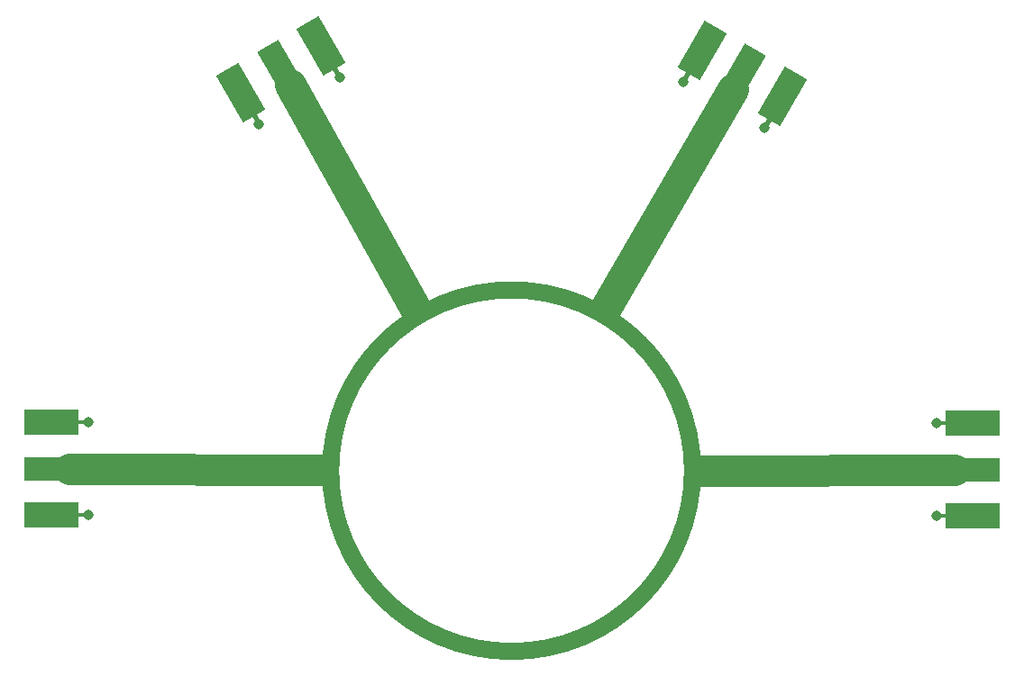
<source format=gtl>
%TF.GenerationSoftware,KiCad,Pcbnew,8.0.7-8.0.7-0~ubuntu22.04.1*%
%TF.CreationDate,2025-04-11T11:52:52+01:00*%
%TF.ProjectId,ratrace_coupler,72617472-6163-4655-9f63-6f75706c6572,rev?*%
%TF.SameCoordinates,Original*%
%TF.FileFunction,Copper,L1,Top*%
%TF.FilePolarity,Positive*%
%FSLAX46Y46*%
G04 Gerber Fmt 4.6, Leading zero omitted, Abs format (unit mm)*
G04 Created by KiCad (PCBNEW 8.0.7-8.0.7-0~ubuntu22.04.1) date 2025-04-11 11:52:52*
%MOMM*%
%LPD*%
G01*
G04 APERTURE LIST*
G04 Aperture macros list*
%AMRotRect*
0 Rectangle, with rotation*
0 The origin of the aperture is its center*
0 $1 length*
0 $2 width*
0 $3 Rotation angle, in degrees counterclockwise*
0 Add horizontal line*
21,1,$1,$2,0,0,$3*%
G04 Aperture macros list end*
%TA.AperFunction,Conductor*%
%ADD10C,3.000000*%
%TD*%
%TA.AperFunction,Conductor*%
%ADD11C,1.600000*%
%TD*%
%TA.AperFunction,SMDPad,CuDef*%
%ADD12RotRect,5.080000X2.290000X300.000000*%
%TD*%
%TA.AperFunction,SMDPad,CuDef*%
%ADD13RotRect,5.080000X2.420000X300.000000*%
%TD*%
%TA.AperFunction,SMDPad,CuDef*%
%ADD14RotRect,0.950000X0.460000X300.000000*%
%TD*%
%TA.AperFunction,ComponentPad*%
%ADD15C,0.970000*%
%TD*%
%TA.AperFunction,SMDPad,CuDef*%
%ADD16RotRect,5.080000X2.290000X240.000000*%
%TD*%
%TA.AperFunction,SMDPad,CuDef*%
%ADD17RotRect,5.080000X2.420000X240.000000*%
%TD*%
%TA.AperFunction,SMDPad,CuDef*%
%ADD18RotRect,0.950000X0.460000X240.000000*%
%TD*%
%TA.AperFunction,SMDPad,CuDef*%
%ADD19R,5.080000X2.290000*%
%TD*%
%TA.AperFunction,SMDPad,CuDef*%
%ADD20R,5.080000X2.420000*%
%TD*%
%TA.AperFunction,SMDPad,CuDef*%
%ADD21R,0.950000X0.460000*%
%TD*%
G04 APERTURE END LIST*
D10*
X131850000Y-88650000D02*
X143805001Y-68114287D01*
X114000000Y-88800000D02*
X102195000Y-67714287D01*
X140700000Y-104000000D02*
X164610000Y-103900000D01*
D11*
X140000000Y-104000000D02*
G75*
G02*
X106000000Y-104000000I-17000000J0D01*
G01*
X106000000Y-104000000D02*
G75*
G02*
X140000000Y-104000000I17000000J0D01*
G01*
D10*
X105300000Y-103900000D02*
X81500000Y-103800000D01*
D12*
X101335001Y-66224723D03*
D13*
X105128191Y-64034723D03*
X97541809Y-68414723D03*
D14*
X106623191Y-66624139D03*
X99036809Y-71004139D03*
D15*
X106848191Y-67013851D03*
X99261809Y-71393851D03*
D16*
X144665001Y-66624723D03*
D17*
X148458192Y-68814723D03*
X140871811Y-64434724D03*
D18*
X146963191Y-71404139D03*
X139376810Y-67024141D03*
D15*
X146738191Y-71793850D03*
X139151810Y-67413851D03*
D19*
X166330000Y-103900000D03*
D20*
X166330000Y-108280000D03*
X166330000Y-99520000D03*
D21*
X163340000Y-108280000D03*
X163340000Y-99520000D03*
D15*
X162890000Y-108280000D03*
X162890000Y-99520000D03*
D19*
X79780000Y-103800000D03*
D20*
X79780000Y-99420000D03*
X79780000Y-108180000D03*
D21*
X82770000Y-99420000D03*
X82770000Y-108180000D03*
D15*
X83220000Y-99420000D03*
X83220000Y-108180000D03*
M02*

</source>
